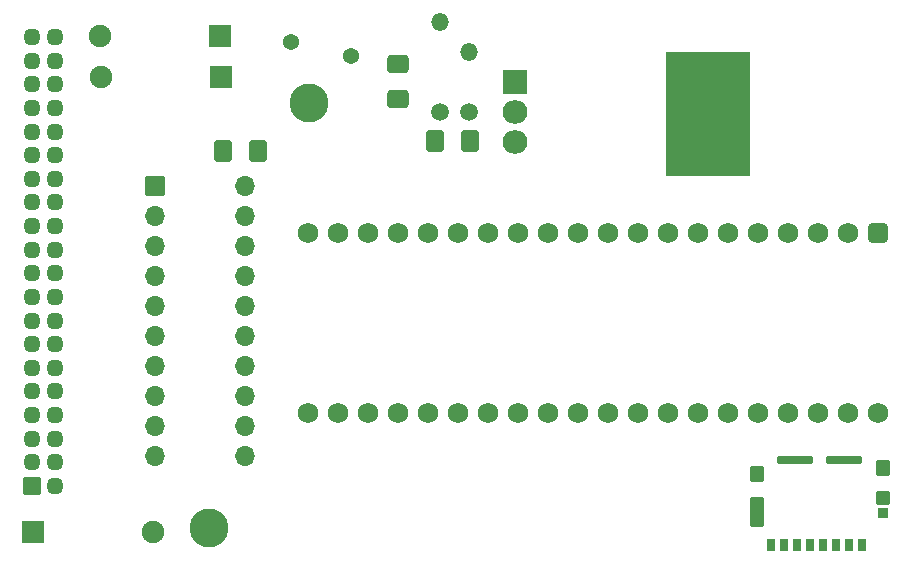
<source format=gbr>
%TF.GenerationSoftware,KiCad,Pcbnew,(6.0.2)*%
%TF.CreationDate,2022-04-05T12:49:12-06:00*%
%TF.ProjectId,PowerBook_F4_THTV1,506f7765-7242-46f6-9f6b-5f46345f5448,rev?*%
%TF.SameCoordinates,Original*%
%TF.FileFunction,Soldermask,Top*%
%TF.FilePolarity,Negative*%
%FSLAX46Y46*%
G04 Gerber Fmt 4.6, Leading zero omitted, Abs format (unit mm)*
G04 Created by KiCad (PCBNEW (6.0.2)) date 2022-04-05 12:49:12*
%MOMM*%
%LPD*%
G01*
G04 APERTURE LIST*
G04 Aperture macros list*
%AMRoundRect*
0 Rectangle with rounded corners*
0 $1 Rounding radius*
0 $2 $3 $4 $5 $6 $7 $8 $9 X,Y pos of 4 corners*
0 Add a 4 corners polygon primitive as box body*
4,1,4,$2,$3,$4,$5,$6,$7,$8,$9,$2,$3,0*
0 Add four circle primitives for the rounded corners*
1,1,$1+$1,$2,$3*
1,1,$1+$1,$4,$5*
1,1,$1+$1,$6,$7*
1,1,$1+$1,$8,$9*
0 Add four rect primitives between the rounded corners*
20,1,$1+$1,$2,$3,$4,$5,0*
20,1,$1+$1,$4,$5,$6,$7,0*
20,1,$1+$1,$6,$7,$8,$9,0*
20,1,$1+$1,$8,$9,$2,$3,0*%
G04 Aperture macros list end*
%ADD10C,0.100000*%
%ADD11RoundRect,0.050000X0.675000X0.675000X-0.675000X0.675000X-0.675000X-0.675000X0.675000X-0.675000X0*%
%ADD12O,1.450000X1.450000*%
%ADD13RoundRect,0.050000X-1.455000X-0.275000X1.455000X-0.275000X1.455000X0.275000X-1.455000X0.275000X0*%
%ADD14RoundRect,0.050000X-0.250000X-0.500000X0.250000X-0.500000X0.250000X0.500000X-0.250000X0.500000X0*%
%ADD15RoundRect,0.050000X-0.360000X-0.390000X0.360000X-0.390000X0.360000X0.390000X-0.360000X0.390000X0*%
%ADD16RoundRect,0.050000X-0.525000X-0.600000X0.525000X-0.600000X0.525000X0.600000X-0.525000X0.600000X0*%
%ADD17RoundRect,0.050000X-0.525000X-1.195000X0.525000X-1.195000X0.525000X1.195000X-0.525000X1.195000X0*%
%ADD18RoundRect,0.050000X-0.525000X-0.540000X0.525000X-0.540000X0.525000X0.540000X-0.525000X0.540000X0*%
%ADD19C,3.300000*%
%ADD20RoundRect,0.300001X0.462499X0.624999X-0.462499X0.624999X-0.462499X-0.624999X0.462499X-0.624999X0*%
%ADD21RoundRect,0.300001X0.624999X-0.462499X0.624999X0.462499X-0.624999X0.462499X-0.624999X-0.462499X0*%
%ADD22RoundRect,0.300001X-0.462499X-0.624999X0.462499X-0.624999X0.462499X0.624999X-0.462499X0.624999X0*%
%ADD23RoundRect,0.050000X-0.900000X-0.900000X0.900000X-0.900000X0.900000X0.900000X-0.900000X0.900000X0*%
%ADD24O,1.900000X1.900000*%
%ADD25RoundRect,0.050000X0.900000X0.900000X-0.900000X0.900000X-0.900000X-0.900000X0.900000X-0.900000X0*%
%ADD26C,1.500000*%
%ADD27O,1.500000X1.500000*%
%ADD28O,3.600000X3.600000*%
%ADD29RoundRect,0.050000X-1.000000X0.952500X-1.000000X-0.952500X1.000000X-0.952500X1.000000X0.952500X0*%
%ADD30O,2.100000X2.005000*%
%ADD31RoundRect,0.050000X-0.800000X-0.800000X0.800000X-0.800000X0.800000X0.800000X-0.800000X0.800000X0*%
%ADD32O,1.700000X1.700000*%
%ADD33C,1.370000*%
%ADD34RoundRect,0.462500X-0.412500X0.412500X-0.412500X-0.412500X0.412500X-0.412500X0.412500X0.412500X0*%
%ADD35C,1.750000*%
G04 APERTURE END LIST*
D10*
X128963420Y-74472800D02*
X121935240Y-74472800D01*
X121935240Y-74472800D02*
X121935240Y-64005460D01*
X121935240Y-64005460D02*
X128963420Y-64005460D01*
X128963420Y-64005460D02*
X128963420Y-74472800D01*
G36*
X128963420Y-74472800D02*
G01*
X121935240Y-74472800D01*
X121935240Y-64005460D01*
X128963420Y-64005460D01*
X128963420Y-74472800D01*
G37*
X128963420Y-74472800D02*
X121935240Y-74472800D01*
X121935240Y-64005460D01*
X128963420Y-64005460D01*
X128963420Y-74472800D01*
D11*
%TO.C,J2*%
X68234560Y-100763400D03*
D12*
X70234560Y-100763400D03*
X68234560Y-98763400D03*
X70234560Y-98763400D03*
X68234560Y-96763400D03*
X70234560Y-96763400D03*
X68234560Y-94763400D03*
X70234560Y-94763400D03*
X68234560Y-92763400D03*
X70234560Y-92763400D03*
X68234560Y-90763400D03*
X70234560Y-90763400D03*
X68234560Y-88763400D03*
X70234560Y-88763400D03*
X68234560Y-86763400D03*
X70234560Y-86763400D03*
X70234560Y-84763400D03*
X68234560Y-82763400D03*
X70234560Y-82763400D03*
X68234560Y-80763400D03*
X70234560Y-80763400D03*
X68234560Y-78763400D03*
X70234560Y-78763400D03*
X68234560Y-76763400D03*
X70234560Y-76763400D03*
X68234560Y-74763400D03*
X70234560Y-74763400D03*
X68234560Y-72763400D03*
X70234560Y-72763400D03*
X68234560Y-70763400D03*
X70234560Y-70763400D03*
X68234560Y-68763400D03*
X70234560Y-68763400D03*
X68234560Y-66763400D03*
X70234560Y-66763400D03*
X68234560Y-64763400D03*
X70234560Y-64763400D03*
X68234560Y-62763400D03*
X70234560Y-62763400D03*
X68234560Y-84763400D03*
%TD*%
D13*
%TO.C,SD1*%
X132818680Y-98539520D03*
X137008680Y-98539520D03*
D14*
X138513680Y-105774520D03*
X137413680Y-105774520D03*
X136313680Y-105774520D03*
X135213680Y-105774520D03*
X134113680Y-105774520D03*
X133013680Y-105774520D03*
X131913680Y-105774520D03*
X130813680Y-105774520D03*
D15*
X140273680Y-103094520D03*
D16*
X129638680Y-99784520D03*
D17*
X129638680Y-102969520D03*
D16*
X140283680Y-99214520D03*
D18*
X140273680Y-101824520D03*
%TD*%
D19*
%TO.C,REF\u002A\u002A*%
X83245960Y-104289860D03*
%TD*%
%TO.C,REF\u002A\u002A*%
X91737180Y-68353940D03*
%TD*%
D20*
%TO.C,C1*%
X105340054Y-71538633D03*
X102365054Y-71538633D03*
%TD*%
D21*
%TO.C,C2*%
X99233895Y-67997873D03*
X99233895Y-65022873D03*
%TD*%
D22*
%TO.C,C3*%
X84400060Y-72450960D03*
X87375060Y-72450960D03*
%TD*%
D23*
%TO.C,D2*%
X68336160Y-104701340D03*
D24*
X78496160Y-104701340D03*
%TD*%
D25*
%TO.C,D3*%
X84218780Y-66144140D03*
D24*
X74058780Y-66144140D03*
%TD*%
D26*
%TO.C,R1*%
X102802594Y-69135792D03*
D27*
X102802594Y-61515792D03*
%TD*%
D26*
%TO.C,R2*%
X105261315Y-69135793D03*
D27*
X105261315Y-64055793D03*
%TD*%
D28*
%TO.C,U1*%
X125794815Y-69148493D03*
D29*
X109134815Y-66608493D03*
D30*
X109134815Y-69148493D03*
X109134815Y-71688493D03*
%TD*%
D31*
%TO.C,U2*%
X78689200Y-75402440D03*
D32*
X78689200Y-77942440D03*
X78689200Y-80482440D03*
X78689200Y-83022440D03*
X78689200Y-85562440D03*
X78689200Y-88102440D03*
X78689200Y-90642440D03*
X78689200Y-93182440D03*
X78689200Y-95722440D03*
X78689200Y-98262440D03*
X86309200Y-98262440D03*
X86309200Y-95722440D03*
X86309200Y-93182440D03*
X86309200Y-90642440D03*
X86309200Y-88102440D03*
X86309200Y-85562440D03*
X86309200Y-83022440D03*
X86309200Y-80482440D03*
X86309200Y-77942440D03*
X86309200Y-75402440D03*
%TD*%
D25*
%TO.C,D1*%
X84188300Y-62717680D03*
D24*
X74028300Y-62717680D03*
%TD*%
D33*
%TO.C,F1*%
X90152221Y-63210440D03*
X95232221Y-64353440D03*
%TD*%
D34*
%TO.C,BPF4*%
X139890500Y-79372460D03*
D35*
X137350500Y-79372460D03*
X134810500Y-79372460D03*
X132270500Y-79372460D03*
X129730500Y-79372460D03*
X127190500Y-79372460D03*
X124650500Y-79372460D03*
X122110500Y-79372460D03*
X119570500Y-79372460D03*
X117030500Y-79372460D03*
X114490500Y-79372460D03*
X111950500Y-79372460D03*
X109410500Y-79372460D03*
X106870500Y-79372460D03*
X104330500Y-79372460D03*
X101790500Y-79372460D03*
X99250500Y-79372460D03*
X96710500Y-79372460D03*
X94170500Y-79372460D03*
X91630500Y-79372460D03*
X91630500Y-94612460D03*
X94170500Y-94612460D03*
X96710500Y-94612460D03*
X99250500Y-94612460D03*
X101790500Y-94612460D03*
X104330500Y-94612460D03*
X106870500Y-94612460D03*
X109410500Y-94612460D03*
X111950500Y-94612460D03*
X114490500Y-94612460D03*
X117030500Y-94612460D03*
X119570500Y-94612460D03*
X122110500Y-94612460D03*
X124650500Y-94612460D03*
X127190500Y-94612460D03*
X129730500Y-94612460D03*
X132270500Y-94612460D03*
X134810500Y-94612460D03*
X137350500Y-94612460D03*
X139890500Y-94612460D03*
%TD*%
M02*

</source>
